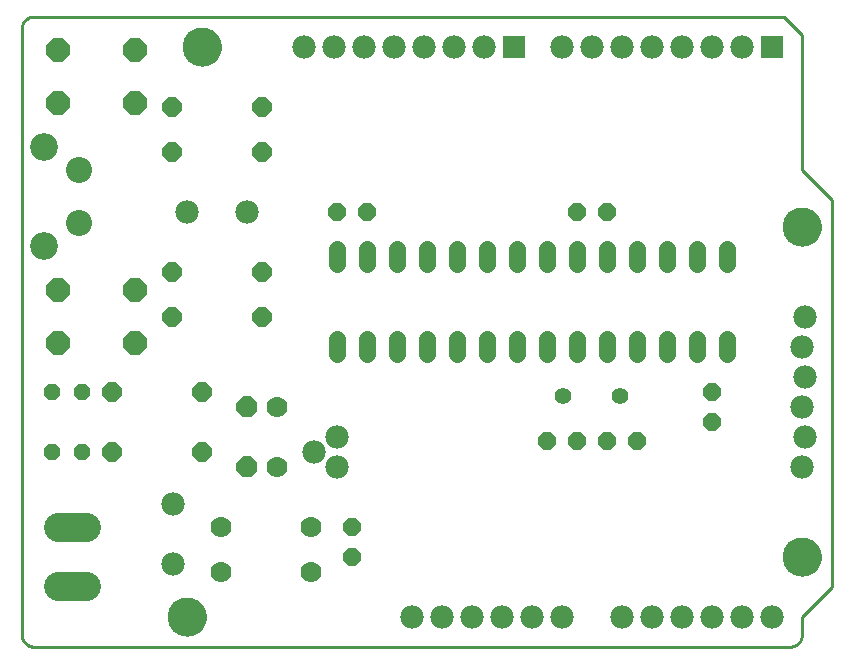
<source format=gbs>
G75*
%MOIN*%
%OFA0B0*%
%FSLAX25Y25*%
%IPPOS*%
%LPD*%
%AMOC8*
5,1,8,0,0,1.08239X$1,22.5*
%
%ADD10C,0.01000*%
%ADD11C,0.00000*%
%ADD12C,0.12998*%
%ADD13C,0.07800*%
%ADD14R,0.07800X0.07800*%
%ADD15C,0.08697*%
%ADD16C,0.09258*%
%ADD17C,0.03746*%
%ADD18OC8,0.06000*%
%ADD19C,0.07000*%
%ADD20OC8,0.07000*%
%ADD21OC8,0.05600*%
%ADD22OC8,0.07900*%
%ADD23OC8,0.06400*%
%ADD24C,0.09770*%
%ADD25C,0.05600*%
%ADD26C,0.05600*%
D10*
X0006695Y0005737D02*
X0006695Y0207863D01*
X0006697Y0207987D01*
X0006703Y0208110D01*
X0006712Y0208234D01*
X0006726Y0208356D01*
X0006743Y0208479D01*
X0006765Y0208601D01*
X0006790Y0208722D01*
X0006819Y0208842D01*
X0006851Y0208961D01*
X0006888Y0209080D01*
X0006928Y0209197D01*
X0006971Y0209312D01*
X0007019Y0209427D01*
X0007070Y0209539D01*
X0007124Y0209650D01*
X0007182Y0209760D01*
X0007243Y0209867D01*
X0007308Y0209973D01*
X0007376Y0210076D01*
X0007447Y0210177D01*
X0007521Y0210276D01*
X0007598Y0210373D01*
X0007679Y0210467D01*
X0007762Y0210558D01*
X0007848Y0210647D01*
X0007937Y0210733D01*
X0008028Y0210816D01*
X0008122Y0210897D01*
X0008219Y0210974D01*
X0008318Y0211048D01*
X0008419Y0211119D01*
X0008522Y0211187D01*
X0008628Y0211252D01*
X0008735Y0211313D01*
X0008845Y0211371D01*
X0008956Y0211425D01*
X0009068Y0211476D01*
X0009183Y0211524D01*
X0009298Y0211567D01*
X0009415Y0211607D01*
X0009534Y0211644D01*
X0009653Y0211676D01*
X0009773Y0211705D01*
X0009894Y0211730D01*
X0010016Y0211752D01*
X0010139Y0211769D01*
X0010261Y0211783D01*
X0010385Y0211792D01*
X0010508Y0211798D01*
X0010632Y0211800D01*
X0260695Y0211800D01*
X0266695Y0205800D01*
X0266695Y0160800D01*
X0276695Y0150800D01*
X0276695Y0021800D01*
X0266695Y0011800D01*
X0266695Y0005737D01*
X0266693Y0005613D01*
X0266687Y0005490D01*
X0266678Y0005366D01*
X0266664Y0005244D01*
X0266647Y0005121D01*
X0266625Y0004999D01*
X0266600Y0004878D01*
X0266571Y0004758D01*
X0266539Y0004639D01*
X0266502Y0004520D01*
X0266462Y0004403D01*
X0266419Y0004288D01*
X0266371Y0004173D01*
X0266320Y0004061D01*
X0266266Y0003950D01*
X0266208Y0003840D01*
X0266147Y0003733D01*
X0266082Y0003627D01*
X0266014Y0003524D01*
X0265943Y0003423D01*
X0265869Y0003324D01*
X0265792Y0003227D01*
X0265711Y0003133D01*
X0265628Y0003042D01*
X0265542Y0002953D01*
X0265453Y0002867D01*
X0265362Y0002784D01*
X0265268Y0002703D01*
X0265171Y0002626D01*
X0265072Y0002552D01*
X0264971Y0002481D01*
X0264868Y0002413D01*
X0264762Y0002348D01*
X0264655Y0002287D01*
X0264545Y0002229D01*
X0264434Y0002175D01*
X0264322Y0002124D01*
X0264207Y0002076D01*
X0264092Y0002033D01*
X0263975Y0001993D01*
X0263856Y0001956D01*
X0263737Y0001924D01*
X0263617Y0001895D01*
X0263496Y0001870D01*
X0263374Y0001848D01*
X0263251Y0001831D01*
X0263129Y0001817D01*
X0263005Y0001808D01*
X0262882Y0001802D01*
X0262758Y0001800D01*
X0010632Y0001800D01*
X0010508Y0001802D01*
X0010385Y0001808D01*
X0010261Y0001817D01*
X0010139Y0001831D01*
X0010016Y0001848D01*
X0009894Y0001870D01*
X0009773Y0001895D01*
X0009653Y0001924D01*
X0009534Y0001956D01*
X0009415Y0001993D01*
X0009298Y0002033D01*
X0009183Y0002076D01*
X0009068Y0002124D01*
X0008956Y0002175D01*
X0008845Y0002229D01*
X0008735Y0002287D01*
X0008628Y0002348D01*
X0008522Y0002413D01*
X0008419Y0002481D01*
X0008318Y0002552D01*
X0008219Y0002626D01*
X0008122Y0002703D01*
X0008028Y0002784D01*
X0007937Y0002867D01*
X0007848Y0002953D01*
X0007762Y0003042D01*
X0007679Y0003133D01*
X0007598Y0003227D01*
X0007521Y0003324D01*
X0007447Y0003423D01*
X0007376Y0003524D01*
X0007308Y0003627D01*
X0007243Y0003733D01*
X0007182Y0003840D01*
X0007124Y0003950D01*
X0007070Y0004061D01*
X0007019Y0004173D01*
X0006971Y0004288D01*
X0006928Y0004403D01*
X0006888Y0004520D01*
X0006851Y0004639D01*
X0006819Y0004758D01*
X0006790Y0004878D01*
X0006765Y0004999D01*
X0006743Y0005121D01*
X0006726Y0005244D01*
X0006712Y0005366D01*
X0006703Y0005490D01*
X0006697Y0005613D01*
X0006695Y0005737D01*
D11*
X0055396Y0011800D02*
X0055398Y0011958D01*
X0055404Y0012116D01*
X0055414Y0012274D01*
X0055428Y0012432D01*
X0055446Y0012589D01*
X0055467Y0012746D01*
X0055493Y0012902D01*
X0055523Y0013058D01*
X0055556Y0013213D01*
X0055594Y0013366D01*
X0055635Y0013519D01*
X0055680Y0013671D01*
X0055729Y0013822D01*
X0055782Y0013971D01*
X0055838Y0014119D01*
X0055898Y0014265D01*
X0055962Y0014410D01*
X0056030Y0014553D01*
X0056101Y0014695D01*
X0056175Y0014835D01*
X0056253Y0014972D01*
X0056335Y0015108D01*
X0056419Y0015242D01*
X0056508Y0015373D01*
X0056599Y0015502D01*
X0056694Y0015629D01*
X0056791Y0015754D01*
X0056892Y0015876D01*
X0056996Y0015995D01*
X0057103Y0016112D01*
X0057213Y0016226D01*
X0057326Y0016337D01*
X0057441Y0016446D01*
X0057559Y0016551D01*
X0057680Y0016653D01*
X0057803Y0016753D01*
X0057929Y0016849D01*
X0058057Y0016942D01*
X0058187Y0017032D01*
X0058320Y0017118D01*
X0058455Y0017202D01*
X0058591Y0017281D01*
X0058730Y0017358D01*
X0058871Y0017430D01*
X0059013Y0017500D01*
X0059157Y0017565D01*
X0059303Y0017627D01*
X0059450Y0017685D01*
X0059599Y0017740D01*
X0059749Y0017791D01*
X0059900Y0017838D01*
X0060052Y0017881D01*
X0060205Y0017920D01*
X0060360Y0017956D01*
X0060515Y0017987D01*
X0060671Y0018015D01*
X0060827Y0018039D01*
X0060984Y0018059D01*
X0061142Y0018075D01*
X0061299Y0018087D01*
X0061458Y0018095D01*
X0061616Y0018099D01*
X0061774Y0018099D01*
X0061932Y0018095D01*
X0062091Y0018087D01*
X0062248Y0018075D01*
X0062406Y0018059D01*
X0062563Y0018039D01*
X0062719Y0018015D01*
X0062875Y0017987D01*
X0063030Y0017956D01*
X0063185Y0017920D01*
X0063338Y0017881D01*
X0063490Y0017838D01*
X0063641Y0017791D01*
X0063791Y0017740D01*
X0063940Y0017685D01*
X0064087Y0017627D01*
X0064233Y0017565D01*
X0064377Y0017500D01*
X0064519Y0017430D01*
X0064660Y0017358D01*
X0064799Y0017281D01*
X0064935Y0017202D01*
X0065070Y0017118D01*
X0065203Y0017032D01*
X0065333Y0016942D01*
X0065461Y0016849D01*
X0065587Y0016753D01*
X0065710Y0016653D01*
X0065831Y0016551D01*
X0065949Y0016446D01*
X0066064Y0016337D01*
X0066177Y0016226D01*
X0066287Y0016112D01*
X0066394Y0015995D01*
X0066498Y0015876D01*
X0066599Y0015754D01*
X0066696Y0015629D01*
X0066791Y0015502D01*
X0066882Y0015373D01*
X0066971Y0015242D01*
X0067055Y0015108D01*
X0067137Y0014972D01*
X0067215Y0014835D01*
X0067289Y0014695D01*
X0067360Y0014553D01*
X0067428Y0014410D01*
X0067492Y0014265D01*
X0067552Y0014119D01*
X0067608Y0013971D01*
X0067661Y0013822D01*
X0067710Y0013671D01*
X0067755Y0013519D01*
X0067796Y0013366D01*
X0067834Y0013213D01*
X0067867Y0013058D01*
X0067897Y0012902D01*
X0067923Y0012746D01*
X0067944Y0012589D01*
X0067962Y0012432D01*
X0067976Y0012274D01*
X0067986Y0012116D01*
X0067992Y0011958D01*
X0067994Y0011800D01*
X0067992Y0011642D01*
X0067986Y0011484D01*
X0067976Y0011326D01*
X0067962Y0011168D01*
X0067944Y0011011D01*
X0067923Y0010854D01*
X0067897Y0010698D01*
X0067867Y0010542D01*
X0067834Y0010387D01*
X0067796Y0010234D01*
X0067755Y0010081D01*
X0067710Y0009929D01*
X0067661Y0009778D01*
X0067608Y0009629D01*
X0067552Y0009481D01*
X0067492Y0009335D01*
X0067428Y0009190D01*
X0067360Y0009047D01*
X0067289Y0008905D01*
X0067215Y0008765D01*
X0067137Y0008628D01*
X0067055Y0008492D01*
X0066971Y0008358D01*
X0066882Y0008227D01*
X0066791Y0008098D01*
X0066696Y0007971D01*
X0066599Y0007846D01*
X0066498Y0007724D01*
X0066394Y0007605D01*
X0066287Y0007488D01*
X0066177Y0007374D01*
X0066064Y0007263D01*
X0065949Y0007154D01*
X0065831Y0007049D01*
X0065710Y0006947D01*
X0065587Y0006847D01*
X0065461Y0006751D01*
X0065333Y0006658D01*
X0065203Y0006568D01*
X0065070Y0006482D01*
X0064935Y0006398D01*
X0064799Y0006319D01*
X0064660Y0006242D01*
X0064519Y0006170D01*
X0064377Y0006100D01*
X0064233Y0006035D01*
X0064087Y0005973D01*
X0063940Y0005915D01*
X0063791Y0005860D01*
X0063641Y0005809D01*
X0063490Y0005762D01*
X0063338Y0005719D01*
X0063185Y0005680D01*
X0063030Y0005644D01*
X0062875Y0005613D01*
X0062719Y0005585D01*
X0062563Y0005561D01*
X0062406Y0005541D01*
X0062248Y0005525D01*
X0062091Y0005513D01*
X0061932Y0005505D01*
X0061774Y0005501D01*
X0061616Y0005501D01*
X0061458Y0005505D01*
X0061299Y0005513D01*
X0061142Y0005525D01*
X0060984Y0005541D01*
X0060827Y0005561D01*
X0060671Y0005585D01*
X0060515Y0005613D01*
X0060360Y0005644D01*
X0060205Y0005680D01*
X0060052Y0005719D01*
X0059900Y0005762D01*
X0059749Y0005809D01*
X0059599Y0005860D01*
X0059450Y0005915D01*
X0059303Y0005973D01*
X0059157Y0006035D01*
X0059013Y0006100D01*
X0058871Y0006170D01*
X0058730Y0006242D01*
X0058591Y0006319D01*
X0058455Y0006398D01*
X0058320Y0006482D01*
X0058187Y0006568D01*
X0058057Y0006658D01*
X0057929Y0006751D01*
X0057803Y0006847D01*
X0057680Y0006947D01*
X0057559Y0007049D01*
X0057441Y0007154D01*
X0057326Y0007263D01*
X0057213Y0007374D01*
X0057103Y0007488D01*
X0056996Y0007605D01*
X0056892Y0007724D01*
X0056791Y0007846D01*
X0056694Y0007971D01*
X0056599Y0008098D01*
X0056508Y0008227D01*
X0056419Y0008358D01*
X0056335Y0008492D01*
X0056253Y0008628D01*
X0056175Y0008765D01*
X0056101Y0008905D01*
X0056030Y0009047D01*
X0055962Y0009190D01*
X0055898Y0009335D01*
X0055838Y0009481D01*
X0055782Y0009629D01*
X0055729Y0009778D01*
X0055680Y0009929D01*
X0055635Y0010081D01*
X0055594Y0010234D01*
X0055556Y0010387D01*
X0055523Y0010542D01*
X0055493Y0010698D01*
X0055467Y0010854D01*
X0055446Y0011011D01*
X0055428Y0011168D01*
X0055414Y0011326D01*
X0055404Y0011484D01*
X0055398Y0011642D01*
X0055396Y0011800D01*
X0023940Y0143040D02*
X0023942Y0143121D01*
X0023948Y0143203D01*
X0023958Y0143284D01*
X0023972Y0143364D01*
X0023989Y0143443D01*
X0024011Y0143522D01*
X0024036Y0143599D01*
X0024065Y0143676D01*
X0024098Y0143750D01*
X0024135Y0143823D01*
X0024174Y0143894D01*
X0024218Y0143963D01*
X0024264Y0144030D01*
X0024314Y0144094D01*
X0024367Y0144156D01*
X0024423Y0144216D01*
X0024481Y0144272D01*
X0024543Y0144326D01*
X0024607Y0144377D01*
X0024673Y0144424D01*
X0024741Y0144468D01*
X0024812Y0144509D01*
X0024884Y0144546D01*
X0024959Y0144580D01*
X0025034Y0144610D01*
X0025112Y0144636D01*
X0025190Y0144659D01*
X0025269Y0144677D01*
X0025349Y0144692D01*
X0025430Y0144703D01*
X0025511Y0144710D01*
X0025593Y0144713D01*
X0025674Y0144712D01*
X0025755Y0144707D01*
X0025836Y0144698D01*
X0025917Y0144685D01*
X0025997Y0144668D01*
X0026075Y0144648D01*
X0026153Y0144623D01*
X0026230Y0144595D01*
X0026305Y0144563D01*
X0026378Y0144528D01*
X0026449Y0144489D01*
X0026519Y0144446D01*
X0026586Y0144401D01*
X0026652Y0144352D01*
X0026714Y0144300D01*
X0026774Y0144244D01*
X0026831Y0144186D01*
X0026886Y0144126D01*
X0026937Y0144062D01*
X0026985Y0143997D01*
X0027030Y0143929D01*
X0027072Y0143859D01*
X0027110Y0143787D01*
X0027145Y0143713D01*
X0027176Y0143638D01*
X0027203Y0143561D01*
X0027226Y0143483D01*
X0027246Y0143404D01*
X0027262Y0143324D01*
X0027274Y0143243D01*
X0027282Y0143162D01*
X0027286Y0143081D01*
X0027286Y0142999D01*
X0027282Y0142918D01*
X0027274Y0142837D01*
X0027262Y0142756D01*
X0027246Y0142676D01*
X0027226Y0142597D01*
X0027203Y0142519D01*
X0027176Y0142442D01*
X0027145Y0142367D01*
X0027110Y0142293D01*
X0027072Y0142221D01*
X0027030Y0142151D01*
X0026985Y0142083D01*
X0026937Y0142018D01*
X0026886Y0141954D01*
X0026831Y0141894D01*
X0026774Y0141836D01*
X0026714Y0141780D01*
X0026652Y0141728D01*
X0026586Y0141679D01*
X0026519Y0141634D01*
X0026450Y0141591D01*
X0026378Y0141552D01*
X0026305Y0141517D01*
X0026230Y0141485D01*
X0026153Y0141457D01*
X0026075Y0141432D01*
X0025997Y0141412D01*
X0025917Y0141395D01*
X0025836Y0141382D01*
X0025755Y0141373D01*
X0025674Y0141368D01*
X0025593Y0141367D01*
X0025511Y0141370D01*
X0025430Y0141377D01*
X0025349Y0141388D01*
X0025269Y0141403D01*
X0025190Y0141421D01*
X0025112Y0141444D01*
X0025034Y0141470D01*
X0024959Y0141500D01*
X0024884Y0141534D01*
X0024812Y0141571D01*
X0024741Y0141612D01*
X0024673Y0141656D01*
X0024607Y0141703D01*
X0024543Y0141754D01*
X0024481Y0141808D01*
X0024423Y0141864D01*
X0024367Y0141924D01*
X0024314Y0141986D01*
X0024264Y0142050D01*
X0024218Y0142117D01*
X0024174Y0142186D01*
X0024135Y0142257D01*
X0024098Y0142330D01*
X0024065Y0142404D01*
X0024036Y0142481D01*
X0024011Y0142558D01*
X0023989Y0142637D01*
X0023972Y0142716D01*
X0023958Y0142796D01*
X0023948Y0142877D01*
X0023942Y0142959D01*
X0023940Y0143040D01*
X0023940Y0160560D02*
X0023942Y0160641D01*
X0023948Y0160723D01*
X0023958Y0160804D01*
X0023972Y0160884D01*
X0023989Y0160963D01*
X0024011Y0161042D01*
X0024036Y0161119D01*
X0024065Y0161196D01*
X0024098Y0161270D01*
X0024135Y0161343D01*
X0024174Y0161414D01*
X0024218Y0161483D01*
X0024264Y0161550D01*
X0024314Y0161614D01*
X0024367Y0161676D01*
X0024423Y0161736D01*
X0024481Y0161792D01*
X0024543Y0161846D01*
X0024607Y0161897D01*
X0024673Y0161944D01*
X0024741Y0161988D01*
X0024812Y0162029D01*
X0024884Y0162066D01*
X0024959Y0162100D01*
X0025034Y0162130D01*
X0025112Y0162156D01*
X0025190Y0162179D01*
X0025269Y0162197D01*
X0025349Y0162212D01*
X0025430Y0162223D01*
X0025511Y0162230D01*
X0025593Y0162233D01*
X0025674Y0162232D01*
X0025755Y0162227D01*
X0025836Y0162218D01*
X0025917Y0162205D01*
X0025997Y0162188D01*
X0026075Y0162168D01*
X0026153Y0162143D01*
X0026230Y0162115D01*
X0026305Y0162083D01*
X0026378Y0162048D01*
X0026449Y0162009D01*
X0026519Y0161966D01*
X0026586Y0161921D01*
X0026652Y0161872D01*
X0026714Y0161820D01*
X0026774Y0161764D01*
X0026831Y0161706D01*
X0026886Y0161646D01*
X0026937Y0161582D01*
X0026985Y0161517D01*
X0027030Y0161449D01*
X0027072Y0161379D01*
X0027110Y0161307D01*
X0027145Y0161233D01*
X0027176Y0161158D01*
X0027203Y0161081D01*
X0027226Y0161003D01*
X0027246Y0160924D01*
X0027262Y0160844D01*
X0027274Y0160763D01*
X0027282Y0160682D01*
X0027286Y0160601D01*
X0027286Y0160519D01*
X0027282Y0160438D01*
X0027274Y0160357D01*
X0027262Y0160276D01*
X0027246Y0160196D01*
X0027226Y0160117D01*
X0027203Y0160039D01*
X0027176Y0159962D01*
X0027145Y0159887D01*
X0027110Y0159813D01*
X0027072Y0159741D01*
X0027030Y0159671D01*
X0026985Y0159603D01*
X0026937Y0159538D01*
X0026886Y0159474D01*
X0026831Y0159414D01*
X0026774Y0159356D01*
X0026714Y0159300D01*
X0026652Y0159248D01*
X0026586Y0159199D01*
X0026519Y0159154D01*
X0026450Y0159111D01*
X0026378Y0159072D01*
X0026305Y0159037D01*
X0026230Y0159005D01*
X0026153Y0158977D01*
X0026075Y0158952D01*
X0025997Y0158932D01*
X0025917Y0158915D01*
X0025836Y0158902D01*
X0025755Y0158893D01*
X0025674Y0158888D01*
X0025593Y0158887D01*
X0025511Y0158890D01*
X0025430Y0158897D01*
X0025349Y0158908D01*
X0025269Y0158923D01*
X0025190Y0158941D01*
X0025112Y0158964D01*
X0025034Y0158990D01*
X0024959Y0159020D01*
X0024884Y0159054D01*
X0024812Y0159091D01*
X0024741Y0159132D01*
X0024673Y0159176D01*
X0024607Y0159223D01*
X0024543Y0159274D01*
X0024481Y0159328D01*
X0024423Y0159384D01*
X0024367Y0159444D01*
X0024314Y0159506D01*
X0024264Y0159570D01*
X0024218Y0159637D01*
X0024174Y0159706D01*
X0024135Y0159777D01*
X0024098Y0159850D01*
X0024065Y0159924D01*
X0024036Y0160001D01*
X0024011Y0160078D01*
X0023989Y0160157D01*
X0023972Y0160236D01*
X0023958Y0160316D01*
X0023948Y0160397D01*
X0023942Y0160479D01*
X0023940Y0160560D01*
X0060396Y0201800D02*
X0060398Y0201958D01*
X0060404Y0202116D01*
X0060414Y0202274D01*
X0060428Y0202432D01*
X0060446Y0202589D01*
X0060467Y0202746D01*
X0060493Y0202902D01*
X0060523Y0203058D01*
X0060556Y0203213D01*
X0060594Y0203366D01*
X0060635Y0203519D01*
X0060680Y0203671D01*
X0060729Y0203822D01*
X0060782Y0203971D01*
X0060838Y0204119D01*
X0060898Y0204265D01*
X0060962Y0204410D01*
X0061030Y0204553D01*
X0061101Y0204695D01*
X0061175Y0204835D01*
X0061253Y0204972D01*
X0061335Y0205108D01*
X0061419Y0205242D01*
X0061508Y0205373D01*
X0061599Y0205502D01*
X0061694Y0205629D01*
X0061791Y0205754D01*
X0061892Y0205876D01*
X0061996Y0205995D01*
X0062103Y0206112D01*
X0062213Y0206226D01*
X0062326Y0206337D01*
X0062441Y0206446D01*
X0062559Y0206551D01*
X0062680Y0206653D01*
X0062803Y0206753D01*
X0062929Y0206849D01*
X0063057Y0206942D01*
X0063187Y0207032D01*
X0063320Y0207118D01*
X0063455Y0207202D01*
X0063591Y0207281D01*
X0063730Y0207358D01*
X0063871Y0207430D01*
X0064013Y0207500D01*
X0064157Y0207565D01*
X0064303Y0207627D01*
X0064450Y0207685D01*
X0064599Y0207740D01*
X0064749Y0207791D01*
X0064900Y0207838D01*
X0065052Y0207881D01*
X0065205Y0207920D01*
X0065360Y0207956D01*
X0065515Y0207987D01*
X0065671Y0208015D01*
X0065827Y0208039D01*
X0065984Y0208059D01*
X0066142Y0208075D01*
X0066299Y0208087D01*
X0066458Y0208095D01*
X0066616Y0208099D01*
X0066774Y0208099D01*
X0066932Y0208095D01*
X0067091Y0208087D01*
X0067248Y0208075D01*
X0067406Y0208059D01*
X0067563Y0208039D01*
X0067719Y0208015D01*
X0067875Y0207987D01*
X0068030Y0207956D01*
X0068185Y0207920D01*
X0068338Y0207881D01*
X0068490Y0207838D01*
X0068641Y0207791D01*
X0068791Y0207740D01*
X0068940Y0207685D01*
X0069087Y0207627D01*
X0069233Y0207565D01*
X0069377Y0207500D01*
X0069519Y0207430D01*
X0069660Y0207358D01*
X0069799Y0207281D01*
X0069935Y0207202D01*
X0070070Y0207118D01*
X0070203Y0207032D01*
X0070333Y0206942D01*
X0070461Y0206849D01*
X0070587Y0206753D01*
X0070710Y0206653D01*
X0070831Y0206551D01*
X0070949Y0206446D01*
X0071064Y0206337D01*
X0071177Y0206226D01*
X0071287Y0206112D01*
X0071394Y0205995D01*
X0071498Y0205876D01*
X0071599Y0205754D01*
X0071696Y0205629D01*
X0071791Y0205502D01*
X0071882Y0205373D01*
X0071971Y0205242D01*
X0072055Y0205108D01*
X0072137Y0204972D01*
X0072215Y0204835D01*
X0072289Y0204695D01*
X0072360Y0204553D01*
X0072428Y0204410D01*
X0072492Y0204265D01*
X0072552Y0204119D01*
X0072608Y0203971D01*
X0072661Y0203822D01*
X0072710Y0203671D01*
X0072755Y0203519D01*
X0072796Y0203366D01*
X0072834Y0203213D01*
X0072867Y0203058D01*
X0072897Y0202902D01*
X0072923Y0202746D01*
X0072944Y0202589D01*
X0072962Y0202432D01*
X0072976Y0202274D01*
X0072986Y0202116D01*
X0072992Y0201958D01*
X0072994Y0201800D01*
X0072992Y0201642D01*
X0072986Y0201484D01*
X0072976Y0201326D01*
X0072962Y0201168D01*
X0072944Y0201011D01*
X0072923Y0200854D01*
X0072897Y0200698D01*
X0072867Y0200542D01*
X0072834Y0200387D01*
X0072796Y0200234D01*
X0072755Y0200081D01*
X0072710Y0199929D01*
X0072661Y0199778D01*
X0072608Y0199629D01*
X0072552Y0199481D01*
X0072492Y0199335D01*
X0072428Y0199190D01*
X0072360Y0199047D01*
X0072289Y0198905D01*
X0072215Y0198765D01*
X0072137Y0198628D01*
X0072055Y0198492D01*
X0071971Y0198358D01*
X0071882Y0198227D01*
X0071791Y0198098D01*
X0071696Y0197971D01*
X0071599Y0197846D01*
X0071498Y0197724D01*
X0071394Y0197605D01*
X0071287Y0197488D01*
X0071177Y0197374D01*
X0071064Y0197263D01*
X0070949Y0197154D01*
X0070831Y0197049D01*
X0070710Y0196947D01*
X0070587Y0196847D01*
X0070461Y0196751D01*
X0070333Y0196658D01*
X0070203Y0196568D01*
X0070070Y0196482D01*
X0069935Y0196398D01*
X0069799Y0196319D01*
X0069660Y0196242D01*
X0069519Y0196170D01*
X0069377Y0196100D01*
X0069233Y0196035D01*
X0069087Y0195973D01*
X0068940Y0195915D01*
X0068791Y0195860D01*
X0068641Y0195809D01*
X0068490Y0195762D01*
X0068338Y0195719D01*
X0068185Y0195680D01*
X0068030Y0195644D01*
X0067875Y0195613D01*
X0067719Y0195585D01*
X0067563Y0195561D01*
X0067406Y0195541D01*
X0067248Y0195525D01*
X0067091Y0195513D01*
X0066932Y0195505D01*
X0066774Y0195501D01*
X0066616Y0195501D01*
X0066458Y0195505D01*
X0066299Y0195513D01*
X0066142Y0195525D01*
X0065984Y0195541D01*
X0065827Y0195561D01*
X0065671Y0195585D01*
X0065515Y0195613D01*
X0065360Y0195644D01*
X0065205Y0195680D01*
X0065052Y0195719D01*
X0064900Y0195762D01*
X0064749Y0195809D01*
X0064599Y0195860D01*
X0064450Y0195915D01*
X0064303Y0195973D01*
X0064157Y0196035D01*
X0064013Y0196100D01*
X0063871Y0196170D01*
X0063730Y0196242D01*
X0063591Y0196319D01*
X0063455Y0196398D01*
X0063320Y0196482D01*
X0063187Y0196568D01*
X0063057Y0196658D01*
X0062929Y0196751D01*
X0062803Y0196847D01*
X0062680Y0196947D01*
X0062559Y0197049D01*
X0062441Y0197154D01*
X0062326Y0197263D01*
X0062213Y0197374D01*
X0062103Y0197488D01*
X0061996Y0197605D01*
X0061892Y0197724D01*
X0061791Y0197846D01*
X0061694Y0197971D01*
X0061599Y0198098D01*
X0061508Y0198227D01*
X0061419Y0198358D01*
X0061335Y0198492D01*
X0061253Y0198628D01*
X0061175Y0198765D01*
X0061101Y0198905D01*
X0061030Y0199047D01*
X0060962Y0199190D01*
X0060898Y0199335D01*
X0060838Y0199481D01*
X0060782Y0199629D01*
X0060729Y0199778D01*
X0060680Y0199929D01*
X0060635Y0200081D01*
X0060594Y0200234D01*
X0060556Y0200387D01*
X0060523Y0200542D01*
X0060493Y0200698D01*
X0060467Y0200854D01*
X0060446Y0201011D01*
X0060428Y0201168D01*
X0060414Y0201326D01*
X0060404Y0201484D01*
X0060398Y0201642D01*
X0060396Y0201800D01*
X0260396Y0141800D02*
X0260398Y0141958D01*
X0260404Y0142116D01*
X0260414Y0142274D01*
X0260428Y0142432D01*
X0260446Y0142589D01*
X0260467Y0142746D01*
X0260493Y0142902D01*
X0260523Y0143058D01*
X0260556Y0143213D01*
X0260594Y0143366D01*
X0260635Y0143519D01*
X0260680Y0143671D01*
X0260729Y0143822D01*
X0260782Y0143971D01*
X0260838Y0144119D01*
X0260898Y0144265D01*
X0260962Y0144410D01*
X0261030Y0144553D01*
X0261101Y0144695D01*
X0261175Y0144835D01*
X0261253Y0144972D01*
X0261335Y0145108D01*
X0261419Y0145242D01*
X0261508Y0145373D01*
X0261599Y0145502D01*
X0261694Y0145629D01*
X0261791Y0145754D01*
X0261892Y0145876D01*
X0261996Y0145995D01*
X0262103Y0146112D01*
X0262213Y0146226D01*
X0262326Y0146337D01*
X0262441Y0146446D01*
X0262559Y0146551D01*
X0262680Y0146653D01*
X0262803Y0146753D01*
X0262929Y0146849D01*
X0263057Y0146942D01*
X0263187Y0147032D01*
X0263320Y0147118D01*
X0263455Y0147202D01*
X0263591Y0147281D01*
X0263730Y0147358D01*
X0263871Y0147430D01*
X0264013Y0147500D01*
X0264157Y0147565D01*
X0264303Y0147627D01*
X0264450Y0147685D01*
X0264599Y0147740D01*
X0264749Y0147791D01*
X0264900Y0147838D01*
X0265052Y0147881D01*
X0265205Y0147920D01*
X0265360Y0147956D01*
X0265515Y0147987D01*
X0265671Y0148015D01*
X0265827Y0148039D01*
X0265984Y0148059D01*
X0266142Y0148075D01*
X0266299Y0148087D01*
X0266458Y0148095D01*
X0266616Y0148099D01*
X0266774Y0148099D01*
X0266932Y0148095D01*
X0267091Y0148087D01*
X0267248Y0148075D01*
X0267406Y0148059D01*
X0267563Y0148039D01*
X0267719Y0148015D01*
X0267875Y0147987D01*
X0268030Y0147956D01*
X0268185Y0147920D01*
X0268338Y0147881D01*
X0268490Y0147838D01*
X0268641Y0147791D01*
X0268791Y0147740D01*
X0268940Y0147685D01*
X0269087Y0147627D01*
X0269233Y0147565D01*
X0269377Y0147500D01*
X0269519Y0147430D01*
X0269660Y0147358D01*
X0269799Y0147281D01*
X0269935Y0147202D01*
X0270070Y0147118D01*
X0270203Y0147032D01*
X0270333Y0146942D01*
X0270461Y0146849D01*
X0270587Y0146753D01*
X0270710Y0146653D01*
X0270831Y0146551D01*
X0270949Y0146446D01*
X0271064Y0146337D01*
X0271177Y0146226D01*
X0271287Y0146112D01*
X0271394Y0145995D01*
X0271498Y0145876D01*
X0271599Y0145754D01*
X0271696Y0145629D01*
X0271791Y0145502D01*
X0271882Y0145373D01*
X0271971Y0145242D01*
X0272055Y0145108D01*
X0272137Y0144972D01*
X0272215Y0144835D01*
X0272289Y0144695D01*
X0272360Y0144553D01*
X0272428Y0144410D01*
X0272492Y0144265D01*
X0272552Y0144119D01*
X0272608Y0143971D01*
X0272661Y0143822D01*
X0272710Y0143671D01*
X0272755Y0143519D01*
X0272796Y0143366D01*
X0272834Y0143213D01*
X0272867Y0143058D01*
X0272897Y0142902D01*
X0272923Y0142746D01*
X0272944Y0142589D01*
X0272962Y0142432D01*
X0272976Y0142274D01*
X0272986Y0142116D01*
X0272992Y0141958D01*
X0272994Y0141800D01*
X0272992Y0141642D01*
X0272986Y0141484D01*
X0272976Y0141326D01*
X0272962Y0141168D01*
X0272944Y0141011D01*
X0272923Y0140854D01*
X0272897Y0140698D01*
X0272867Y0140542D01*
X0272834Y0140387D01*
X0272796Y0140234D01*
X0272755Y0140081D01*
X0272710Y0139929D01*
X0272661Y0139778D01*
X0272608Y0139629D01*
X0272552Y0139481D01*
X0272492Y0139335D01*
X0272428Y0139190D01*
X0272360Y0139047D01*
X0272289Y0138905D01*
X0272215Y0138765D01*
X0272137Y0138628D01*
X0272055Y0138492D01*
X0271971Y0138358D01*
X0271882Y0138227D01*
X0271791Y0138098D01*
X0271696Y0137971D01*
X0271599Y0137846D01*
X0271498Y0137724D01*
X0271394Y0137605D01*
X0271287Y0137488D01*
X0271177Y0137374D01*
X0271064Y0137263D01*
X0270949Y0137154D01*
X0270831Y0137049D01*
X0270710Y0136947D01*
X0270587Y0136847D01*
X0270461Y0136751D01*
X0270333Y0136658D01*
X0270203Y0136568D01*
X0270070Y0136482D01*
X0269935Y0136398D01*
X0269799Y0136319D01*
X0269660Y0136242D01*
X0269519Y0136170D01*
X0269377Y0136100D01*
X0269233Y0136035D01*
X0269087Y0135973D01*
X0268940Y0135915D01*
X0268791Y0135860D01*
X0268641Y0135809D01*
X0268490Y0135762D01*
X0268338Y0135719D01*
X0268185Y0135680D01*
X0268030Y0135644D01*
X0267875Y0135613D01*
X0267719Y0135585D01*
X0267563Y0135561D01*
X0267406Y0135541D01*
X0267248Y0135525D01*
X0267091Y0135513D01*
X0266932Y0135505D01*
X0266774Y0135501D01*
X0266616Y0135501D01*
X0266458Y0135505D01*
X0266299Y0135513D01*
X0266142Y0135525D01*
X0265984Y0135541D01*
X0265827Y0135561D01*
X0265671Y0135585D01*
X0265515Y0135613D01*
X0265360Y0135644D01*
X0265205Y0135680D01*
X0265052Y0135719D01*
X0264900Y0135762D01*
X0264749Y0135809D01*
X0264599Y0135860D01*
X0264450Y0135915D01*
X0264303Y0135973D01*
X0264157Y0136035D01*
X0264013Y0136100D01*
X0263871Y0136170D01*
X0263730Y0136242D01*
X0263591Y0136319D01*
X0263455Y0136398D01*
X0263320Y0136482D01*
X0263187Y0136568D01*
X0263057Y0136658D01*
X0262929Y0136751D01*
X0262803Y0136847D01*
X0262680Y0136947D01*
X0262559Y0137049D01*
X0262441Y0137154D01*
X0262326Y0137263D01*
X0262213Y0137374D01*
X0262103Y0137488D01*
X0261996Y0137605D01*
X0261892Y0137724D01*
X0261791Y0137846D01*
X0261694Y0137971D01*
X0261599Y0138098D01*
X0261508Y0138227D01*
X0261419Y0138358D01*
X0261335Y0138492D01*
X0261253Y0138628D01*
X0261175Y0138765D01*
X0261101Y0138905D01*
X0261030Y0139047D01*
X0260962Y0139190D01*
X0260898Y0139335D01*
X0260838Y0139481D01*
X0260782Y0139629D01*
X0260729Y0139778D01*
X0260680Y0139929D01*
X0260635Y0140081D01*
X0260594Y0140234D01*
X0260556Y0140387D01*
X0260523Y0140542D01*
X0260493Y0140698D01*
X0260467Y0140854D01*
X0260446Y0141011D01*
X0260428Y0141168D01*
X0260414Y0141326D01*
X0260404Y0141484D01*
X0260398Y0141642D01*
X0260396Y0141800D01*
X0260396Y0031800D02*
X0260398Y0031958D01*
X0260404Y0032116D01*
X0260414Y0032274D01*
X0260428Y0032432D01*
X0260446Y0032589D01*
X0260467Y0032746D01*
X0260493Y0032902D01*
X0260523Y0033058D01*
X0260556Y0033213D01*
X0260594Y0033366D01*
X0260635Y0033519D01*
X0260680Y0033671D01*
X0260729Y0033822D01*
X0260782Y0033971D01*
X0260838Y0034119D01*
X0260898Y0034265D01*
X0260962Y0034410D01*
X0261030Y0034553D01*
X0261101Y0034695D01*
X0261175Y0034835D01*
X0261253Y0034972D01*
X0261335Y0035108D01*
X0261419Y0035242D01*
X0261508Y0035373D01*
X0261599Y0035502D01*
X0261694Y0035629D01*
X0261791Y0035754D01*
X0261892Y0035876D01*
X0261996Y0035995D01*
X0262103Y0036112D01*
X0262213Y0036226D01*
X0262326Y0036337D01*
X0262441Y0036446D01*
X0262559Y0036551D01*
X0262680Y0036653D01*
X0262803Y0036753D01*
X0262929Y0036849D01*
X0263057Y0036942D01*
X0263187Y0037032D01*
X0263320Y0037118D01*
X0263455Y0037202D01*
X0263591Y0037281D01*
X0263730Y0037358D01*
X0263871Y0037430D01*
X0264013Y0037500D01*
X0264157Y0037565D01*
X0264303Y0037627D01*
X0264450Y0037685D01*
X0264599Y0037740D01*
X0264749Y0037791D01*
X0264900Y0037838D01*
X0265052Y0037881D01*
X0265205Y0037920D01*
X0265360Y0037956D01*
X0265515Y0037987D01*
X0265671Y0038015D01*
X0265827Y0038039D01*
X0265984Y0038059D01*
X0266142Y0038075D01*
X0266299Y0038087D01*
X0266458Y0038095D01*
X0266616Y0038099D01*
X0266774Y0038099D01*
X0266932Y0038095D01*
X0267091Y0038087D01*
X0267248Y0038075D01*
X0267406Y0038059D01*
X0267563Y0038039D01*
X0267719Y0038015D01*
X0267875Y0037987D01*
X0268030Y0037956D01*
X0268185Y0037920D01*
X0268338Y0037881D01*
X0268490Y0037838D01*
X0268641Y0037791D01*
X0268791Y0037740D01*
X0268940Y0037685D01*
X0269087Y0037627D01*
X0269233Y0037565D01*
X0269377Y0037500D01*
X0269519Y0037430D01*
X0269660Y0037358D01*
X0269799Y0037281D01*
X0269935Y0037202D01*
X0270070Y0037118D01*
X0270203Y0037032D01*
X0270333Y0036942D01*
X0270461Y0036849D01*
X0270587Y0036753D01*
X0270710Y0036653D01*
X0270831Y0036551D01*
X0270949Y0036446D01*
X0271064Y0036337D01*
X0271177Y0036226D01*
X0271287Y0036112D01*
X0271394Y0035995D01*
X0271498Y0035876D01*
X0271599Y0035754D01*
X0271696Y0035629D01*
X0271791Y0035502D01*
X0271882Y0035373D01*
X0271971Y0035242D01*
X0272055Y0035108D01*
X0272137Y0034972D01*
X0272215Y0034835D01*
X0272289Y0034695D01*
X0272360Y0034553D01*
X0272428Y0034410D01*
X0272492Y0034265D01*
X0272552Y0034119D01*
X0272608Y0033971D01*
X0272661Y0033822D01*
X0272710Y0033671D01*
X0272755Y0033519D01*
X0272796Y0033366D01*
X0272834Y0033213D01*
X0272867Y0033058D01*
X0272897Y0032902D01*
X0272923Y0032746D01*
X0272944Y0032589D01*
X0272962Y0032432D01*
X0272976Y0032274D01*
X0272986Y0032116D01*
X0272992Y0031958D01*
X0272994Y0031800D01*
X0272992Y0031642D01*
X0272986Y0031484D01*
X0272976Y0031326D01*
X0272962Y0031168D01*
X0272944Y0031011D01*
X0272923Y0030854D01*
X0272897Y0030698D01*
X0272867Y0030542D01*
X0272834Y0030387D01*
X0272796Y0030234D01*
X0272755Y0030081D01*
X0272710Y0029929D01*
X0272661Y0029778D01*
X0272608Y0029629D01*
X0272552Y0029481D01*
X0272492Y0029335D01*
X0272428Y0029190D01*
X0272360Y0029047D01*
X0272289Y0028905D01*
X0272215Y0028765D01*
X0272137Y0028628D01*
X0272055Y0028492D01*
X0271971Y0028358D01*
X0271882Y0028227D01*
X0271791Y0028098D01*
X0271696Y0027971D01*
X0271599Y0027846D01*
X0271498Y0027724D01*
X0271394Y0027605D01*
X0271287Y0027488D01*
X0271177Y0027374D01*
X0271064Y0027263D01*
X0270949Y0027154D01*
X0270831Y0027049D01*
X0270710Y0026947D01*
X0270587Y0026847D01*
X0270461Y0026751D01*
X0270333Y0026658D01*
X0270203Y0026568D01*
X0270070Y0026482D01*
X0269935Y0026398D01*
X0269799Y0026319D01*
X0269660Y0026242D01*
X0269519Y0026170D01*
X0269377Y0026100D01*
X0269233Y0026035D01*
X0269087Y0025973D01*
X0268940Y0025915D01*
X0268791Y0025860D01*
X0268641Y0025809D01*
X0268490Y0025762D01*
X0268338Y0025719D01*
X0268185Y0025680D01*
X0268030Y0025644D01*
X0267875Y0025613D01*
X0267719Y0025585D01*
X0267563Y0025561D01*
X0267406Y0025541D01*
X0267248Y0025525D01*
X0267091Y0025513D01*
X0266932Y0025505D01*
X0266774Y0025501D01*
X0266616Y0025501D01*
X0266458Y0025505D01*
X0266299Y0025513D01*
X0266142Y0025525D01*
X0265984Y0025541D01*
X0265827Y0025561D01*
X0265671Y0025585D01*
X0265515Y0025613D01*
X0265360Y0025644D01*
X0265205Y0025680D01*
X0265052Y0025719D01*
X0264900Y0025762D01*
X0264749Y0025809D01*
X0264599Y0025860D01*
X0264450Y0025915D01*
X0264303Y0025973D01*
X0264157Y0026035D01*
X0264013Y0026100D01*
X0263871Y0026170D01*
X0263730Y0026242D01*
X0263591Y0026319D01*
X0263455Y0026398D01*
X0263320Y0026482D01*
X0263187Y0026568D01*
X0263057Y0026658D01*
X0262929Y0026751D01*
X0262803Y0026847D01*
X0262680Y0026947D01*
X0262559Y0027049D01*
X0262441Y0027154D01*
X0262326Y0027263D01*
X0262213Y0027374D01*
X0262103Y0027488D01*
X0261996Y0027605D01*
X0261892Y0027724D01*
X0261791Y0027846D01*
X0261694Y0027971D01*
X0261599Y0028098D01*
X0261508Y0028227D01*
X0261419Y0028358D01*
X0261335Y0028492D01*
X0261253Y0028628D01*
X0261175Y0028765D01*
X0261101Y0028905D01*
X0261030Y0029047D01*
X0260962Y0029190D01*
X0260898Y0029335D01*
X0260838Y0029481D01*
X0260782Y0029629D01*
X0260729Y0029778D01*
X0260680Y0029929D01*
X0260635Y0030081D01*
X0260594Y0030234D01*
X0260556Y0030387D01*
X0260523Y0030542D01*
X0260493Y0030698D01*
X0260467Y0030854D01*
X0260446Y0031011D01*
X0260428Y0031168D01*
X0260414Y0031326D01*
X0260404Y0031484D01*
X0260398Y0031642D01*
X0260396Y0031800D01*
D12*
X0266695Y0031800D03*
X0266695Y0141800D03*
X0066695Y0201800D03*
X0061695Y0011800D03*
D13*
X0057195Y0029300D03*
X0057195Y0049300D03*
X0104195Y0066800D03*
X0111695Y0061800D03*
X0111695Y0071800D03*
X0136695Y0011800D03*
X0146695Y0011800D03*
X0156695Y0011800D03*
X0166695Y0011800D03*
X0176695Y0011800D03*
X0186695Y0011800D03*
X0206695Y0011800D03*
X0216695Y0011800D03*
X0226695Y0011800D03*
X0236695Y0011800D03*
X0246695Y0011800D03*
X0256695Y0011800D03*
X0266695Y0061800D03*
X0267695Y0071800D03*
X0266695Y0081800D03*
X0267695Y0091800D03*
X0266695Y0101800D03*
X0267695Y0111800D03*
X0246695Y0201800D03*
X0236695Y0201800D03*
X0226695Y0201800D03*
X0216695Y0201800D03*
X0206695Y0201800D03*
X0196695Y0201800D03*
X0186695Y0201800D03*
X0160695Y0201800D03*
X0150695Y0201800D03*
X0140695Y0201800D03*
X0130695Y0201800D03*
X0120695Y0201800D03*
X0110695Y0201800D03*
X0100695Y0201800D03*
X0081695Y0146800D03*
X0061695Y0146800D03*
D14*
X0170695Y0201800D03*
X0256695Y0201800D03*
D15*
X0025613Y0160560D03*
X0025613Y0143040D03*
D16*
X0014195Y0135363D03*
X0014195Y0168237D03*
D17*
X0025613Y0160560D03*
X0025613Y0143040D03*
D18*
X0111695Y0146800D03*
X0121695Y0146800D03*
X0191695Y0146800D03*
X0201695Y0146800D03*
X0236695Y0086800D03*
X0236695Y0076800D03*
X0211695Y0070300D03*
X0201695Y0070300D03*
X0191695Y0070300D03*
X0181695Y0070300D03*
X0116695Y0041800D03*
X0116695Y0031800D03*
D19*
X0103195Y0026800D03*
X0103195Y0041800D03*
X0091695Y0061800D03*
X0073195Y0041800D03*
X0073195Y0026800D03*
X0091695Y0081800D03*
D20*
X0081695Y0081800D03*
X0081695Y0061800D03*
D21*
X0026695Y0066800D03*
X0016695Y0066800D03*
X0016695Y0086800D03*
X0026695Y0086800D03*
D22*
X0018895Y0102900D03*
X0018895Y0120700D03*
X0044495Y0120700D03*
X0044495Y0102900D03*
X0044495Y0182900D03*
X0044495Y0200700D03*
X0018895Y0200700D03*
X0018895Y0182900D03*
D23*
X0056695Y0181800D03*
X0056695Y0166800D03*
X0086695Y0166800D03*
X0086695Y0181800D03*
X0086695Y0126800D03*
X0086695Y0111800D03*
X0056695Y0111800D03*
X0056695Y0126800D03*
X0066695Y0086800D03*
X0066695Y0066800D03*
X0036695Y0066800D03*
X0036695Y0086800D03*
D24*
X0028152Y0041643D02*
X0018782Y0041643D01*
X0018782Y0021957D02*
X0028152Y0021957D01*
D25*
X0111695Y0099200D02*
X0111695Y0104400D01*
X0121695Y0104400D02*
X0121695Y0099200D01*
X0131695Y0099200D02*
X0131695Y0104400D01*
X0141695Y0104400D02*
X0141695Y0099200D01*
X0151695Y0099200D02*
X0151695Y0104400D01*
X0161695Y0104400D02*
X0161695Y0099200D01*
X0171695Y0099200D02*
X0171695Y0104400D01*
X0181695Y0104400D02*
X0181695Y0099200D01*
X0191695Y0099200D02*
X0191695Y0104400D01*
X0201695Y0104400D02*
X0201695Y0099200D01*
X0211695Y0099200D02*
X0211695Y0104400D01*
X0221695Y0104400D02*
X0221695Y0099200D01*
X0231695Y0099200D02*
X0231695Y0104400D01*
X0241695Y0104400D02*
X0241695Y0099200D01*
X0241695Y0129200D02*
X0241695Y0134400D01*
X0231695Y0134400D02*
X0231695Y0129200D01*
X0221695Y0129200D02*
X0221695Y0134400D01*
X0211695Y0134400D02*
X0211695Y0129200D01*
X0201695Y0129200D02*
X0201695Y0134400D01*
X0191695Y0134400D02*
X0191695Y0129200D01*
X0181695Y0129200D02*
X0181695Y0134400D01*
X0171695Y0134400D02*
X0171695Y0129200D01*
X0161695Y0129200D02*
X0161695Y0134400D01*
X0151695Y0134400D02*
X0151695Y0129200D01*
X0141695Y0129200D02*
X0141695Y0134400D01*
X0131695Y0134400D02*
X0131695Y0129200D01*
X0121695Y0129200D02*
X0121695Y0134400D01*
X0111695Y0134400D02*
X0111695Y0129200D01*
D26*
X0187195Y0085300D03*
X0206195Y0085300D03*
M02*

</source>
